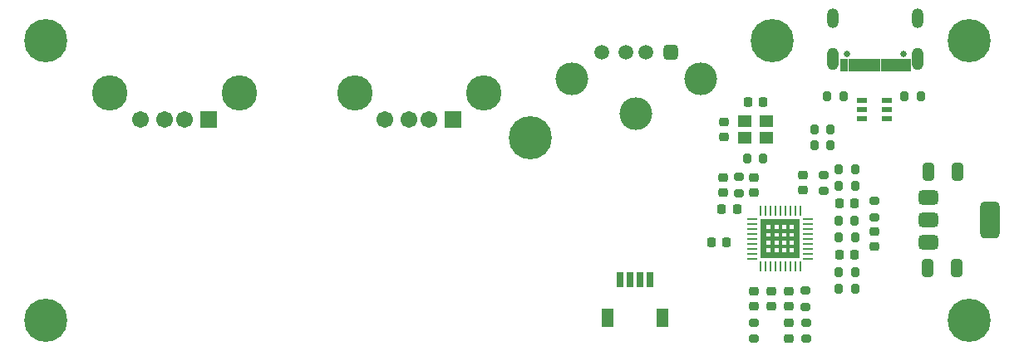
<source format=gbr>
%TF.GenerationSoftware,KiCad,Pcbnew,8.0.4*%
%TF.CreationDate,2025-06-24T22:11:05-05:00*%
%TF.ProjectId,numlocked_HUB,6e756d6c-6f63-46b6-9564-5f4855422e6b,rev?*%
%TF.SameCoordinates,Original*%
%TF.FileFunction,Soldermask,Top*%
%TF.FilePolarity,Negative*%
%FSLAX46Y46*%
G04 Gerber Fmt 4.6, Leading zero omitted, Abs format (unit mm)*
G04 Created by KiCad (PCBNEW 8.0.4) date 2025-06-24 22:11:05*
%MOMM*%
%LPD*%
G01*
G04 APERTURE LIST*
G04 Aperture macros list*
%AMRoundRect*
0 Rectangle with rounded corners*
0 $1 Rounding radius*
0 $2 $3 $4 $5 $6 $7 $8 $9 X,Y pos of 4 corners*
0 Add a 4 corners polygon primitive as box body*
4,1,4,$2,$3,$4,$5,$6,$7,$8,$9,$2,$3,0*
0 Add four circle primitives for the rounded corners*
1,1,$1+$1,$2,$3*
1,1,$1+$1,$4,$5*
1,1,$1+$1,$6,$7*
1,1,$1+$1,$8,$9*
0 Add four rect primitives between the rounded corners*
20,1,$1+$1,$2,$3,$4,$5,0*
20,1,$1+$1,$4,$5,$6,$7,0*
20,1,$1+$1,$6,$7,$8,$9,0*
20,1,$1+$1,$8,$9,$2,$3,0*%
G04 Aperture macros list end*
%ADD10C,0.010000*%
%ADD11C,0.000000*%
%ADD12RoundRect,0.225000X0.250000X-0.225000X0.250000X0.225000X-0.250000X0.225000X-0.250000X-0.225000X0*%
%ADD13RoundRect,0.200000X-0.200000X-0.275000X0.200000X-0.275000X0.200000X0.275000X-0.200000X0.275000X0*%
%ADD14C,4.400000*%
%ADD15C,0.650000*%
%ADD16O,1.204000X2.304000*%
%ADD17O,1.204000X2.004000*%
%ADD18RoundRect,0.102000X0.754000X0.754000X-0.754000X0.754000X-0.754000X-0.754000X0.754000X-0.754000X0*%
%ADD19C,1.712000*%
%ADD20C,3.600000*%
%ADD21R,0.660400X1.549400*%
%ADD22R,1.295400X1.905000*%
%ADD23RoundRect,0.225000X-0.225000X-0.250000X0.225000X-0.250000X0.225000X0.250000X-0.225000X0.250000X0*%
%ADD24R,1.066800X0.254000*%
%ADD25R,0.254000X1.066800*%
%ADD26RoundRect,0.225000X0.225000X0.250000X-0.225000X0.250000X-0.225000X-0.250000X0.225000X-0.250000X0*%
%ADD27RoundRect,0.200000X0.275000X-0.200000X0.275000X0.200000X-0.275000X0.200000X-0.275000X-0.200000X0*%
%ADD28RoundRect,0.250000X-0.325000X-0.650000X0.325000X-0.650000X0.325000X0.650000X-0.325000X0.650000X0*%
%ADD29RoundRect,0.200000X-0.275000X0.200000X-0.275000X-0.200000X0.275000X-0.200000X0.275000X0.200000X0*%
%ADD30RoundRect,0.200000X0.200000X0.275000X-0.200000X0.275000X-0.200000X-0.275000X0.200000X-0.275000X0*%
%ADD31R,1.092200X0.609600*%
%ADD32RoundRect,0.225000X-0.250000X0.225000X-0.250000X-0.225000X0.250000X-0.225000X0.250000X0.225000X0*%
%ADD33R,1.400000X1.200000*%
%ADD34RoundRect,0.375000X-0.625000X-0.375000X0.625000X-0.375000X0.625000X0.375000X-0.625000X0.375000X0*%
%ADD35RoundRect,0.500000X-0.500000X-1.400000X0.500000X-1.400000X0.500000X1.400000X-0.500000X1.400000X0*%
%ADD36RoundRect,0.377000X0.377000X0.377000X-0.377000X0.377000X-0.377000X-0.377000X0.377000X-0.377000X0*%
%ADD37C,1.508000*%
%ADD38C,3.340000*%
G04 APERTURE END LIST*
D10*
%TO.C,J1*%
X173627500Y-45580000D02*
X172927500Y-45580000D01*
X172927500Y-44330000D01*
X173627500Y-44330000D01*
X173627500Y-45580000D01*
G36*
X173627500Y-45580000D02*
G01*
X172927500Y-45580000D01*
X172927500Y-44330000D01*
X173627500Y-44330000D01*
X173627500Y-45580000D01*
G37*
X174427500Y-45580000D02*
X173727500Y-45580000D01*
X173727500Y-44330000D01*
X174427500Y-44330000D01*
X174427500Y-45580000D01*
G36*
X174427500Y-45580000D02*
G01*
X173727500Y-45580000D01*
X173727500Y-44330000D01*
X174427500Y-44330000D01*
X174427500Y-45580000D01*
G37*
X174927500Y-45580000D02*
X174527500Y-45580000D01*
X174527500Y-44330000D01*
X174927500Y-44330000D01*
X174927500Y-45580000D01*
G36*
X174927500Y-45580000D02*
G01*
X174527500Y-45580000D01*
X174527500Y-44330000D01*
X174927500Y-44330000D01*
X174927500Y-45580000D01*
G37*
X175427500Y-45580000D02*
X175027500Y-45580000D01*
X175027500Y-44330000D01*
X175427500Y-44330000D01*
X175427500Y-45580000D01*
G36*
X175427500Y-45580000D02*
G01*
X175027500Y-45580000D01*
X175027500Y-44330000D01*
X175427500Y-44330000D01*
X175427500Y-45580000D01*
G37*
X175927500Y-45580000D02*
X175527500Y-45580000D01*
X175527500Y-44330000D01*
X175927500Y-44330000D01*
X175927500Y-45580000D01*
G36*
X175927500Y-45580000D02*
G01*
X175527500Y-45580000D01*
X175527500Y-44330000D01*
X175927500Y-44330000D01*
X175927500Y-45580000D01*
G37*
X176427500Y-45580000D02*
X176027500Y-45580000D01*
X176027500Y-44330000D01*
X176427500Y-44330000D01*
X176427500Y-45580000D01*
G36*
X176427500Y-45580000D02*
G01*
X176027500Y-45580000D01*
X176027500Y-44330000D01*
X176427500Y-44330000D01*
X176427500Y-45580000D01*
G37*
X176927500Y-45580000D02*
X176527500Y-45580000D01*
X176527500Y-44330000D01*
X176927500Y-44330000D01*
X176927500Y-45580000D01*
G36*
X176927500Y-45580000D02*
G01*
X176527500Y-45580000D01*
X176527500Y-44330000D01*
X176927500Y-44330000D01*
X176927500Y-45580000D01*
G37*
X177427500Y-45580000D02*
X177027500Y-45580000D01*
X177027500Y-44330000D01*
X177427500Y-44330000D01*
X177427500Y-45580000D01*
G36*
X177427500Y-45580000D02*
G01*
X177027500Y-45580000D01*
X177027500Y-44330000D01*
X177427500Y-44330000D01*
X177427500Y-45580000D01*
G37*
X177927500Y-45580000D02*
X177527500Y-45580000D01*
X177527500Y-44330000D01*
X177927500Y-44330000D01*
X177927500Y-45580000D01*
G36*
X177927500Y-45580000D02*
G01*
X177527500Y-45580000D01*
X177527500Y-44330000D01*
X177927500Y-44330000D01*
X177927500Y-45580000D01*
G37*
X178427500Y-45580000D02*
X178027500Y-45580000D01*
X178027500Y-44330000D01*
X178427500Y-44330000D01*
X178427500Y-45580000D01*
G36*
X178427500Y-45580000D02*
G01*
X178027500Y-45580000D01*
X178027500Y-44330000D01*
X178427500Y-44330000D01*
X178427500Y-45580000D01*
G37*
X179227500Y-45580000D02*
X178527500Y-45580000D01*
X178527500Y-44330000D01*
X179227500Y-44330000D01*
X179227500Y-45580000D01*
G36*
X179227500Y-45580000D02*
G01*
X178527500Y-45580000D01*
X178527500Y-44330000D01*
X179227500Y-44330000D01*
X179227500Y-45580000D01*
G37*
X180027500Y-45580000D02*
X179327500Y-45580000D01*
X179327500Y-44330000D01*
X180027500Y-44330000D01*
X180027500Y-45580000D01*
G36*
X180027500Y-45580000D02*
G01*
X179327500Y-45580000D01*
X179327500Y-44330000D01*
X180027500Y-44330000D01*
X180027500Y-45580000D01*
G37*
D11*
%TO.C,U1*%
G36*
X165418900Y-64693900D02*
G01*
X164806100Y-64693900D01*
X164806100Y-60706100D01*
X165418900Y-60706100D01*
X165418900Y-64693900D01*
G37*
G36*
X168793900Y-61318900D02*
G01*
X164806100Y-61318900D01*
X164806100Y-60706100D01*
X168793900Y-60706100D01*
X168793900Y-61318900D01*
G37*
G36*
X168793900Y-62106300D02*
G01*
X164806100Y-62106300D01*
X164806100Y-61718900D01*
X168793900Y-61718900D01*
X168793900Y-62106300D01*
G37*
G36*
X168793900Y-62893700D02*
G01*
X164806100Y-62893700D01*
X164806100Y-62506300D01*
X168793900Y-62506300D01*
X168793900Y-62893700D01*
G37*
G36*
X168793900Y-63681100D02*
G01*
X164806100Y-63681100D01*
X164806100Y-63293700D01*
X168793900Y-63293700D01*
X168793900Y-63681100D01*
G37*
G36*
X168793900Y-64693900D02*
G01*
X164806100Y-64693900D01*
X164806100Y-64081100D01*
X168793900Y-64081100D01*
X168793900Y-64693900D01*
G37*
G36*
X166206300Y-64693900D02*
G01*
X165818900Y-64693900D01*
X165818900Y-60706100D01*
X166206300Y-60706100D01*
X166206300Y-64693900D01*
G37*
G36*
X166993700Y-64693900D02*
G01*
X166606300Y-64693900D01*
X166606300Y-60706100D01*
X166993700Y-60706100D01*
X166993700Y-64693900D01*
G37*
G36*
X167781100Y-64693900D02*
G01*
X167393700Y-64693900D01*
X167393700Y-60706100D01*
X167781100Y-60706100D01*
X167781100Y-64693900D01*
G37*
G36*
X168793900Y-64693900D02*
G01*
X168181100Y-64693900D01*
X168181100Y-60706100D01*
X168793900Y-60706100D01*
X168793900Y-64693900D01*
G37*
%TD*%
D12*
%TO.C,C15*%
X161000000Y-58025000D03*
X161000000Y-56475000D03*
%TD*%
D13*
%TO.C,R6*%
X172743900Y-60840000D03*
X174393900Y-60840000D03*
%TD*%
D14*
%TO.C,H3*%
X92000000Y-42500000D03*
%TD*%
%TO.C,H6*%
X92000000Y-71000000D03*
%TD*%
D15*
%TO.C,J1*%
X179367500Y-43880000D03*
X173587500Y-43880000D03*
D16*
X180797500Y-44380000D03*
X172157500Y-44380000D03*
D17*
X180797500Y-40200000D03*
X172157500Y-40200000D03*
%TD*%
D18*
%TO.C,J3*%
X133500000Y-50570000D03*
D19*
X131000000Y-50570000D03*
X129000000Y-50570000D03*
X126500000Y-50570000D03*
D20*
X136570000Y-47860000D03*
X123430000Y-47860000D03*
%TD*%
D21*
%TO.C,J5*%
X150500000Y-66917400D03*
X151500001Y-66917400D03*
X152499999Y-66917400D03*
X153500000Y-66917400D03*
D22*
X154799999Y-70792401D03*
X149200001Y-70792401D03*
%TD*%
D23*
%TO.C,C5*%
X172808900Y-64380000D03*
X174358900Y-64380000D03*
%TD*%
D24*
%TO.C,U1*%
X163955200Y-60668000D03*
X163955200Y-61176000D03*
X163955200Y-61684000D03*
X163955200Y-62192000D03*
X163955200Y-62700000D03*
X163955200Y-63208000D03*
X163955200Y-63716000D03*
X163955200Y-64224000D03*
X163955200Y-64732000D03*
D25*
X164768000Y-65544800D03*
X165276000Y-65544800D03*
X165784000Y-65544800D03*
X166292000Y-65544800D03*
X166800000Y-65544800D03*
X167308000Y-65544800D03*
X167816000Y-65544800D03*
X168324000Y-65544800D03*
X168832000Y-65544800D03*
D24*
X169644800Y-64732000D03*
X169644800Y-64224000D03*
X169644800Y-63716000D03*
X169644800Y-63208000D03*
X169644800Y-62700000D03*
X169644800Y-62192000D03*
X169644800Y-61684000D03*
X169644800Y-61176000D03*
X169644800Y-60668000D03*
D25*
X168832000Y-59855200D03*
X168324000Y-59855200D03*
X167816000Y-59855200D03*
X167308000Y-59855200D03*
X166800000Y-59855200D03*
X166292000Y-59855200D03*
X165784000Y-59855200D03*
X165276000Y-59855200D03*
X164768000Y-59855200D03*
%TD*%
D13*
%TO.C,R16*%
X171575000Y-48200000D03*
X173225000Y-48200000D03*
%TD*%
D12*
%TO.C,C9*%
X164100000Y-58025000D03*
X164100000Y-56475000D03*
%TD*%
D13*
%TO.C,R8*%
X172763207Y-66090000D03*
X174413207Y-66090000D03*
%TD*%
D14*
%TO.C,H4*%
X186000000Y-71000000D03*
%TD*%
D18*
%TO.C,J4*%
X108600000Y-50570000D03*
D19*
X106100000Y-50570000D03*
X104100000Y-50570000D03*
X101600000Y-50570000D03*
D20*
X111670000Y-47860000D03*
X98530000Y-47860000D03*
%TD*%
D26*
%TO.C,C1*%
X161326000Y-63075000D03*
X159776000Y-63075000D03*
%TD*%
D12*
%TO.C,C10*%
X165898900Y-69615000D03*
X165898900Y-68065000D03*
%TD*%
D13*
%TO.C,R5*%
X170275000Y-53200000D03*
X171925000Y-53200000D03*
%TD*%
D14*
%TO.C,H1*%
X186000000Y-42500000D03*
%TD*%
D27*
%TO.C,R12*%
X171209607Y-57849293D03*
X171209607Y-56199293D03*
%TD*%
D12*
%TO.C,C11*%
X161050000Y-52315000D03*
X161050000Y-50765000D03*
%TD*%
D28*
%TO.C,C13*%
X181925000Y-55900000D03*
X184875000Y-55900000D03*
%TD*%
D13*
%TO.C,R7*%
X172758900Y-62590000D03*
X174408900Y-62590000D03*
%TD*%
D26*
%TO.C,C4*%
X162375000Y-59700000D03*
X160825000Y-59700000D03*
%TD*%
D14*
%TO.C,H2*%
X141300000Y-52400000D03*
%TD*%
D29*
%TO.C,R3*%
X169398900Y-68015000D03*
X169398900Y-69665000D03*
%TD*%
D12*
%TO.C,C6*%
X169100000Y-57750707D03*
X169100000Y-56200707D03*
%TD*%
D28*
%TO.C,C14*%
X181825000Y-65700000D03*
X184775000Y-65700000D03*
%TD*%
D13*
%TO.C,R14*%
X163425000Y-54550000D03*
X165075000Y-54550000D03*
%TD*%
D23*
%TO.C,C8*%
X172798900Y-59090000D03*
X174348900Y-59090000D03*
%TD*%
D29*
%TO.C,R9*%
X176388900Y-58855000D03*
X176388900Y-60505000D03*
%TD*%
D30*
%TO.C,R4*%
X174425000Y-67800000D03*
X172775000Y-67800000D03*
%TD*%
D31*
%TO.C,U4*%
X177644600Y-50439800D03*
X177644600Y-49500000D03*
X177644600Y-48560200D03*
X175155400Y-48560200D03*
X175155400Y-49500000D03*
X175155400Y-50439800D03*
%TD*%
D30*
%TO.C,R15*%
X181125000Y-48200000D03*
X179475000Y-48200000D03*
%TD*%
D13*
%TO.C,R17*%
X170275000Y-51600000D03*
X171925000Y-51600000D03*
%TD*%
D32*
%TO.C,C2*%
X164148900Y-68065000D03*
X164148900Y-69615000D03*
%TD*%
D30*
%TO.C,R10*%
X174413900Y-55590000D03*
X172763900Y-55590000D03*
%TD*%
D27*
%TO.C,R13*%
X162550000Y-58075000D03*
X162550000Y-56425000D03*
%TD*%
D29*
%TO.C,R1*%
X164148900Y-71265000D03*
X164148900Y-72915000D03*
%TD*%
D32*
%TO.C,C7*%
X176388900Y-61975000D03*
X176388900Y-63525000D03*
%TD*%
D26*
%TO.C,C12*%
X165075000Y-48790000D03*
X163525000Y-48790000D03*
%TD*%
D32*
%TO.C,C3*%
X167648900Y-68065000D03*
X167648900Y-69615000D03*
%TD*%
D33*
%TO.C,Y1*%
X163200000Y-52450000D03*
X165400000Y-52450000D03*
X165400000Y-50750000D03*
X163200000Y-50750000D03*
%TD*%
D29*
%TO.C,R2*%
X169400000Y-71265000D03*
X169400000Y-72915000D03*
%TD*%
D14*
%TO.C,H2*%
X166000000Y-42500000D03*
%TD*%
D34*
%TO.C,U2*%
X181850000Y-58500000D03*
X181850000Y-60800000D03*
X181850000Y-63100000D03*
D35*
X188150000Y-60800000D03*
%TD*%
D13*
%TO.C,R11*%
X172753900Y-57340000D03*
X174403900Y-57340000D03*
%TD*%
D32*
%TO.C,C16*%
X167648900Y-71315000D03*
X167648900Y-72865000D03*
%TD*%
D36*
%TO.C,J2*%
X155600000Y-43705000D03*
D37*
X153100000Y-43705000D03*
X151100000Y-43705000D03*
X148600000Y-43705000D03*
D38*
X158670000Y-46415000D03*
X152100000Y-49915000D03*
X145530000Y-46415000D03*
%TD*%
M02*

</source>
